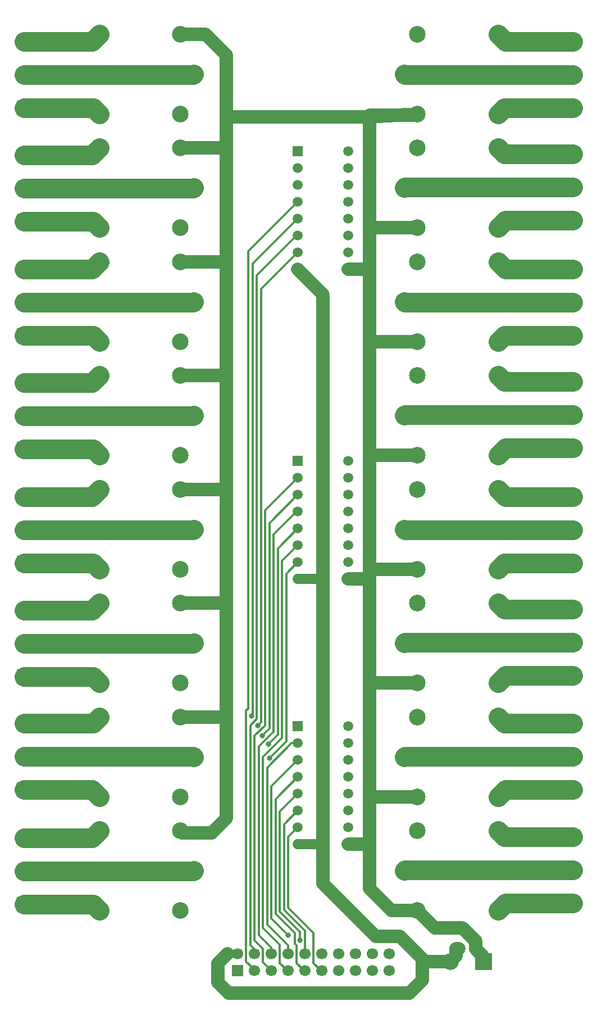
<source format=gtl>
G04 DipTrace 3.0.0.1*
G04 relayboard.GTL*
%MOIN*%
G04 #@! TF.FileFunction,Copper,L1,Top*
G04 #@! TF.Part,Single*
G04 #@! TA.AperFunction,Conductor*
%ADD13C,0.07874*%
%ADD14C,0.11811*%
G04 #@! TA.AperFunction,ComponentPad*
%ADD16C,0.098425*%
G04 #@! TA.AperFunction,Conductor*
%ADD17C,0.059055*%
%ADD18C,0.03937*%
%ADD20C,0.011811*%
G04 #@! TA.AperFunction,ComponentPad*
%ADD21R,0.090551X0.090551*%
%ADD22C,0.090551*%
%ADD23R,0.098425X0.098425*%
%ADD24C,0.098425*%
%ADD25C,0.07874*%
%ADD26C,0.066929*%
%ADD27R,0.066929X0.066929*%
%ADD28R,0.059055X0.059055*%
%ADD29C,0.059055*%
G04 #@! TA.AperFunction,ViaPad*
%ADD30C,0.031496*%
%FSLAX26Y26*%
G04*
G70*
G90*
G75*
G01*
G04 Top*
%LPD*%
X3079971Y281249D2*
D13*
Y307824D1*
X3031546Y356249D1*
Y401575D1*
X2951870Y481251D1*
X2788138D1*
X2686860Y582529D1*
X2531841D1*
X2401870Y712500D1*
Y975109D1*
Y1257529D1*
Y1932529D1*
Y2550000D1*
Y2607530D1*
Y3282530D1*
Y3957530D1*
Y4387714D1*
Y4632530D1*
Y5300000D1*
X2679331D1*
X2686860Y5307529D1*
X2686861Y4632530D2*
X2401870D1*
X2686860Y3957530D2*
X2401870D1*
X2686860Y3282530D2*
X2401870D1*
X2686861Y2607530D2*
X2401870D1*
X2686860Y1932529D2*
X2401870D1*
X2686861Y1257529D2*
X2401870D1*
X1279381Y5779971D2*
X1428150D1*
X1551870Y5656251D1*
Y5289917D1*
Y5104971D1*
Y4429971D1*
Y3754971D1*
Y3079971D1*
Y2404970D1*
Y1729970D1*
Y1131249D1*
X1464370Y1043749D1*
X1290601D1*
X1279381Y1054970D1*
Y1729970D2*
X1551870D1*
X1279381Y2404970D2*
X1551870D1*
X1279381Y3079971D2*
X1551870D1*
X1279381Y3754971D2*
X1551870D1*
X1279381Y4429971D2*
X1551870D1*
X1279381Y5104971D2*
X1551870D1*
Y5289917D2*
X2393240D1*
X2686860Y5307529D1*
X2276870Y4387714D2*
X2401870D1*
X2276870Y975109D2*
X2401870D1*
X2276870Y2550000D2*
X2401870D1*
X352461Y5540601D2*
D14*
X1354971D1*
X1358121Y5543751D1*
X352461Y4865601D2*
X1354971D1*
X1358121Y4868751D1*
X352461Y4190601D2*
X1354971D1*
X1358121Y4193751D1*
X352461Y3515601D2*
X1354971D1*
X1358121Y3518751D1*
X352461Y2840601D2*
X1354971D1*
X1358121Y2843751D1*
X352461Y2165600D2*
X1354971D1*
X1358121Y2168749D1*
X352461Y1496850D2*
X1355020D1*
X1358121Y1493749D1*
X352461Y815600D2*
X1354971D1*
X1358121Y818749D1*
X3607972Y5540650D2*
X2611219D1*
X2608119Y5543749D1*
X3607972Y4871900D2*
X2611270D1*
X2608121Y4868751D1*
X3607972Y4190650D2*
X2611220D1*
X2608119Y4193751D1*
X3607972Y3521900D2*
X2611269D1*
X2608119Y3518751D1*
X3607972Y2840650D2*
X2611222D1*
X2608121Y2843751D1*
X3607972Y2171899D2*
X2611269D1*
X2608119Y2168749D1*
X3607972Y1496899D2*
X2611270D1*
X2608121Y1493749D1*
X3607972Y821899D2*
X2611269D1*
X2608119Y818749D1*
X2931545Y356249D2*
D13*
X2914370D1*
Y312499D1*
X2883121Y281249D1*
X1976870Y4387714D2*
X2126870Y4237714D1*
Y2550000D1*
Y975109D1*
Y743749D1*
X2439370Y431249D1*
X2583121D1*
X2733121Y281249D1*
X2883121D1*
X1976870Y975109D2*
D17*
X2126870D1*
X1976870Y2550000D2*
X2126870D1*
X1620374Y325000D2*
D18*
X1558121D1*
D13*
X1501870Y268749D1*
Y156249D1*
X1564370Y93749D1*
X2639370D1*
X2714370Y168749D1*
Y281249D1*
X2733121D1*
X3607972Y1018749D2*
D14*
X3203395D1*
X3167175Y1054970D1*
X3607972Y625049D2*
X3209694D1*
X3167175Y582529D1*
X3607972Y1693749D2*
X3203396D1*
X3167176Y1729970D1*
X3607972Y1300049D2*
X3209696D1*
X3167176Y1257529D1*
X3607972Y2368749D2*
X3203395D1*
X3167175Y2404970D1*
X3607972Y1975049D2*
X3209694D1*
X3167175Y1932529D1*
X3607972Y3037500D2*
X3209647D1*
X3167176Y3079971D1*
X3607972Y2643799D2*
X3203445D1*
X3167176Y2607530D1*
X3607972Y3718751D2*
X3203395D1*
X3167175Y3754971D1*
X3607972Y3325050D2*
X3209694D1*
X3167175Y3282530D1*
X3607972Y4387500D2*
X3209646D1*
X3167175Y4429971D1*
X3607972Y3993799D2*
X3203444D1*
X3167175Y3957530D1*
X3607972Y5068751D2*
X3203396D1*
X3167176Y5104971D1*
X3607972Y4675050D2*
X3209696D1*
X3167176Y4632530D1*
X3607972Y5737500D2*
X3209644D1*
X3167175Y5779970D1*
X3607972Y5343799D2*
X3203445D1*
X3167175Y5307529D1*
X352461Y5343751D2*
X762845D1*
X799066Y5307530D1*
X352461Y5737451D2*
X756546D1*
X799066Y5779971D1*
X352461Y4668751D2*
X762845D1*
X799066Y4632530D1*
X352461Y5062451D2*
X756546D1*
X799066Y5104971D1*
X352461Y3993751D2*
X762845D1*
X799066Y3957530D1*
X352461Y4387451D2*
X756546D1*
X799066Y4429971D1*
X352461Y3318751D2*
X762845D1*
X799066Y3282530D1*
X352461Y3712451D2*
X756546D1*
X799066Y3754971D1*
X352461Y2643751D2*
X762845D1*
X799066Y2607530D1*
X352461Y3037451D2*
X756546D1*
X799066Y3079971D1*
X352461Y1968749D2*
X762845D1*
X799066Y1932529D1*
X352461Y2362450D2*
X756546D1*
X799066Y2404970D1*
X352461Y1300000D2*
X756594D1*
X799066Y1257529D1*
X352461Y1693701D2*
X762797D1*
X799066Y1729970D1*
X352461Y618749D2*
X762845D1*
X799066Y582529D1*
X352461Y1012450D2*
X756546D1*
X799066Y1054970D1*
X1720374Y225000D2*
D20*
Y231496D1*
X1670619Y281251D1*
Y1768749D1*
X1683119Y1781249D1*
Y4493963D1*
X1976870Y4787714D1*
X1720374Y325000D2*
X1745619D1*
X1695619Y375000D1*
Y1681249D1*
X1733119Y1718749D1*
Y4350000D1*
X1973852Y4590732D1*
X1976870Y4587714D1*
X1820374Y225000D2*
X1770619Y274755D1*
Y356251D1*
X1720619Y406251D1*
Y1618749D1*
X1783119Y1681249D1*
Y2956249D1*
X1976870Y3150000D1*
X1820374Y325000D2*
Y362745D1*
X1745619Y437500D1*
Y1556249D1*
X1833119Y1643749D1*
Y2812499D1*
X1973745Y2953125D1*
X1976870Y2950000D1*
X1920374Y225000D2*
X1914370D1*
X1870619Y268751D1*
Y381251D1*
X1770619Y481251D1*
Y1493749D1*
X1883119Y1606249D1*
Y2656249D1*
X1976870Y2750000D1*
X1920374Y325000D2*
Y375245D1*
X1795619Y500000D1*
Y1431249D1*
X1939370Y1575000D1*
X1976761D1*
X1976870Y1575109D1*
X2020374Y225000D2*
X2014370D1*
X1970619Y268751D1*
Y375000D1*
X1958119Y387500D1*
Y450000D1*
X1845619Y562500D1*
Y1243858D1*
X1976870Y1375109D1*
X2020374Y325000D2*
Y462745D1*
X1895619Y587500D1*
Y1093858D1*
X1976870Y1175109D1*
X2120374Y225000D2*
X2114370D1*
X2070619Y268751D1*
Y450000D1*
X1920619Y600000D1*
Y1018858D1*
X1976870Y1075109D1*
X1989370Y406251D2*
Y456249D1*
X1870619Y575000D1*
Y1168858D1*
X1976870Y1275109D1*
X1920619Y437500D2*
X1820619Y537500D1*
Y1318858D1*
X1976870Y1475109D1*
X1808121Y1487501D2*
X1908119Y1587500D1*
Y2581249D1*
X1976870Y2650000D1*
X1801870Y1568749D2*
X1858119Y1625000D1*
Y2731249D1*
X1976870Y2850000D1*
X1764369Y1618749D2*
X1808119Y1662500D1*
Y2881249D1*
X1976870Y3050000D1*
X1739370Y1681251D2*
X1758119Y1700000D1*
Y4268963D1*
X1976870Y4487714D1*
X1701870Y1737500D2*
X1708119Y1743749D1*
Y4418963D1*
X1976870Y4687714D1*
D30*
X1989370Y406251D3*
X1920619Y437500D3*
X1808121Y1487501D3*
X1801870Y1568749D3*
X1764369Y1618749D3*
X1739370Y1681251D3*
X1701870Y1737500D3*
D21*
X352461Y5343751D3*
D22*
Y5540601D3*
Y5737451D3*
D21*
Y4668751D3*
D22*
Y4865601D3*
Y5062451D3*
D21*
Y3993751D3*
D22*
Y4190601D3*
Y4387451D3*
D21*
Y3318751D3*
D22*
Y3515601D3*
Y3712451D3*
D21*
Y2643751D3*
D22*
Y2840601D3*
Y3037451D3*
D21*
Y1968749D3*
D22*
Y2165600D3*
Y2362450D3*
D21*
Y1300000D3*
D22*
Y1496850D3*
Y1693701D3*
D21*
Y618749D3*
D22*
Y815600D3*
Y1012450D3*
D21*
X3607972Y1018749D3*
D22*
Y821899D3*
Y625049D3*
D21*
Y1693749D3*
D22*
Y1496899D3*
Y1300049D3*
D21*
Y2368749D3*
D22*
Y2171899D3*
Y1975049D3*
D21*
Y3037500D3*
D22*
Y2840650D3*
Y2643799D3*
D21*
Y3718751D3*
D22*
Y3521900D3*
Y3325050D3*
D21*
Y4387500D3*
D22*
Y4190650D3*
Y3993799D3*
D21*
Y5068751D3*
D22*
Y4871900D3*
Y4675050D3*
D21*
Y5737500D3*
D22*
Y5540650D3*
Y5343799D3*
D23*
X3079971Y281249D3*
D24*
X2883121D3*
D25*
X3031546Y356249D3*
X2931545D3*
D26*
X2520374Y325000D3*
X2420374D3*
X2320374D3*
X2220374D3*
X2120374D3*
X2020374D3*
X1920374D3*
X1820374D3*
X1720374D3*
X1620374D3*
D27*
Y225000D3*
D26*
X1720374D3*
X1820374D3*
X1920374D3*
X2020374D3*
X2120374D3*
X2220374D3*
X2320374D3*
X2420374D3*
X2520374D3*
D16*
X1358121Y5543751D3*
X1279381Y5307530D3*
X799066D3*
Y5779971D3*
X1279381D3*
X1358121Y4868751D3*
X1279381Y4632530D3*
X799066D3*
Y5104971D3*
X1279381D3*
X1358121Y4193751D3*
X1279381Y3957530D3*
X799066D3*
Y4429971D3*
X1279381D3*
X1358121Y3518751D3*
X1279381Y3282530D3*
X799066D3*
Y3754971D3*
X1279381D3*
X1358121Y2843751D3*
X1279381Y2607530D3*
X799066D3*
Y3079971D3*
X1279381D3*
X1358121Y2168749D3*
X1279381Y1932529D3*
X799066D3*
Y2404970D3*
X1279381D3*
X1358121Y1493749D3*
X1279381Y1257529D3*
X799066D3*
Y1729970D3*
X1279381D3*
X1358121Y818749D3*
X1279381Y582529D3*
X799066D3*
Y1054970D3*
X1279381D3*
X2608119Y818749D3*
X2686860Y1054970D3*
X3167175D3*
Y582529D3*
X2686860D3*
X2608121Y1493749D3*
X2686861Y1729970D3*
X3167176D3*
Y1257529D3*
X2686861D3*
X2608119Y2168749D3*
X2686860Y2404970D3*
X3167175D3*
Y1932529D3*
X2686860D3*
X2608121Y2843751D3*
X2686861Y3079971D3*
X3167176D3*
Y2607530D3*
X2686861D3*
X2608119Y3518751D3*
X2686860Y3754971D3*
X3167175D3*
Y3282530D3*
X2686860D3*
X2608119Y4193751D3*
X2686860Y4429971D3*
X3167175D3*
Y3957530D3*
X2686860D3*
X2608121Y4868751D3*
X2686861Y5104971D3*
X3167176D3*
Y4632530D3*
X2686861D3*
X2608119Y5543749D3*
X2686860Y5779970D3*
X3167175D3*
Y5307529D3*
X2686860D3*
D28*
X1976870Y5087714D3*
D29*
Y4987714D3*
Y4887714D3*
Y4787714D3*
Y4687714D3*
Y4587714D3*
Y4487714D3*
Y4387714D3*
X2276870D3*
Y4487714D3*
Y4587714D3*
Y4687714D3*
Y4787714D3*
Y4887714D3*
Y4987714D3*
Y5087714D3*
D28*
X1976870Y3250000D3*
D29*
Y3150000D3*
Y3050000D3*
Y2950000D3*
Y2850000D3*
Y2750000D3*
Y2650000D3*
Y2550000D3*
X2276870D3*
Y2650000D3*
Y2750000D3*
Y2850000D3*
Y2950000D3*
Y3050000D3*
Y3150000D3*
Y3250000D3*
D28*
X1976870Y1675109D3*
D29*
Y1575109D3*
Y1475109D3*
Y1375109D3*
Y1275109D3*
Y1175109D3*
Y1075109D3*
Y975109D3*
X2276870D3*
Y1075109D3*
Y1175109D3*
Y1275109D3*
Y1375109D3*
Y1475109D3*
Y1575109D3*
Y1675109D3*
M02*

</source>
